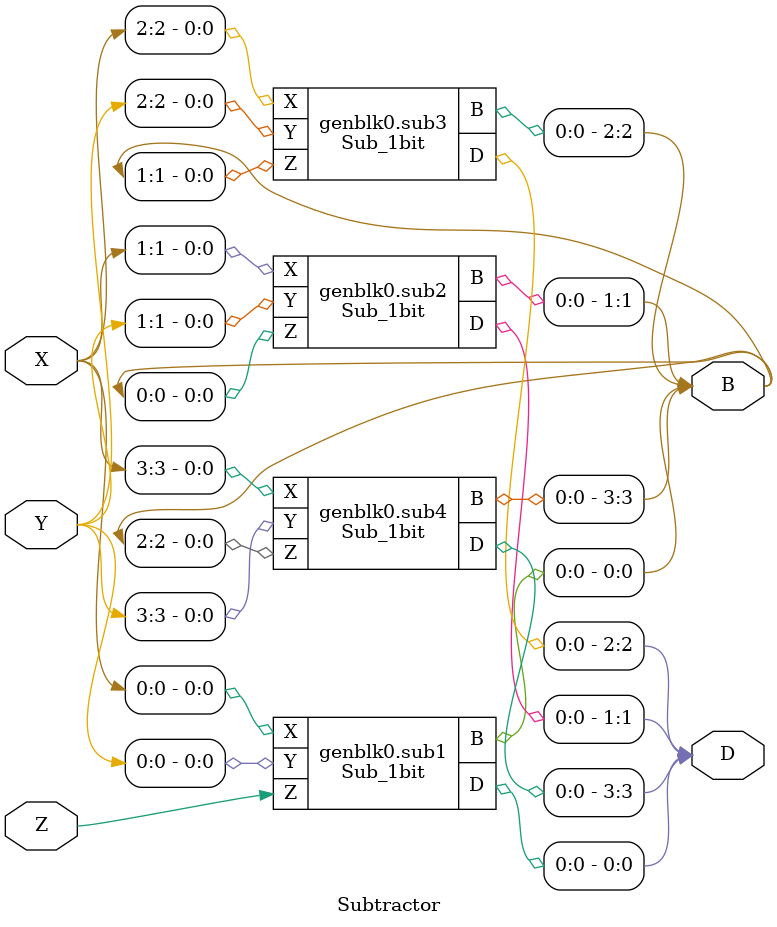
<source format=v>
module Sub_1bit ( X,Y,Z,B,D) ;

input X,Y,Z ;
output B,D ;

begin 
	assign D = ( ~X&~Y&Z ) | ( ~X&Y&~Z ) | ( X&~Y&~Z ) | ( X&Y&Z ) ;
	assign B = ( ~X&Y ) | ( ~X&Z ) | ( Y&Z ) ;
end
endmodule



module Subtractor( X, Y, Z, D, B) ;


input[3:0] X, Y ;
input Z ;
output[3:0] B, D ;

begin
	
	/*
	assign D = X ^ Y ^ Bi ;
	assign Bo = ( ~X&Y ) | ( ~X&Bi ) | ( Y&Bi ) ;
	*/
	
	Sub_1bit sub1( X[0], Y[0], Z, B[0], D[0]) ;
	Sub_1bit sub2( X[1], Y[1], B[0], B[1], D[1]) ;
	Sub_1bit sub3( X[2], Y[2], B[1], B[2], D[2]) ;
	Sub_1bit sub4( X[3], Y[3], B[2], B[3], D[3]) ;
	

end

endmodule








</source>
